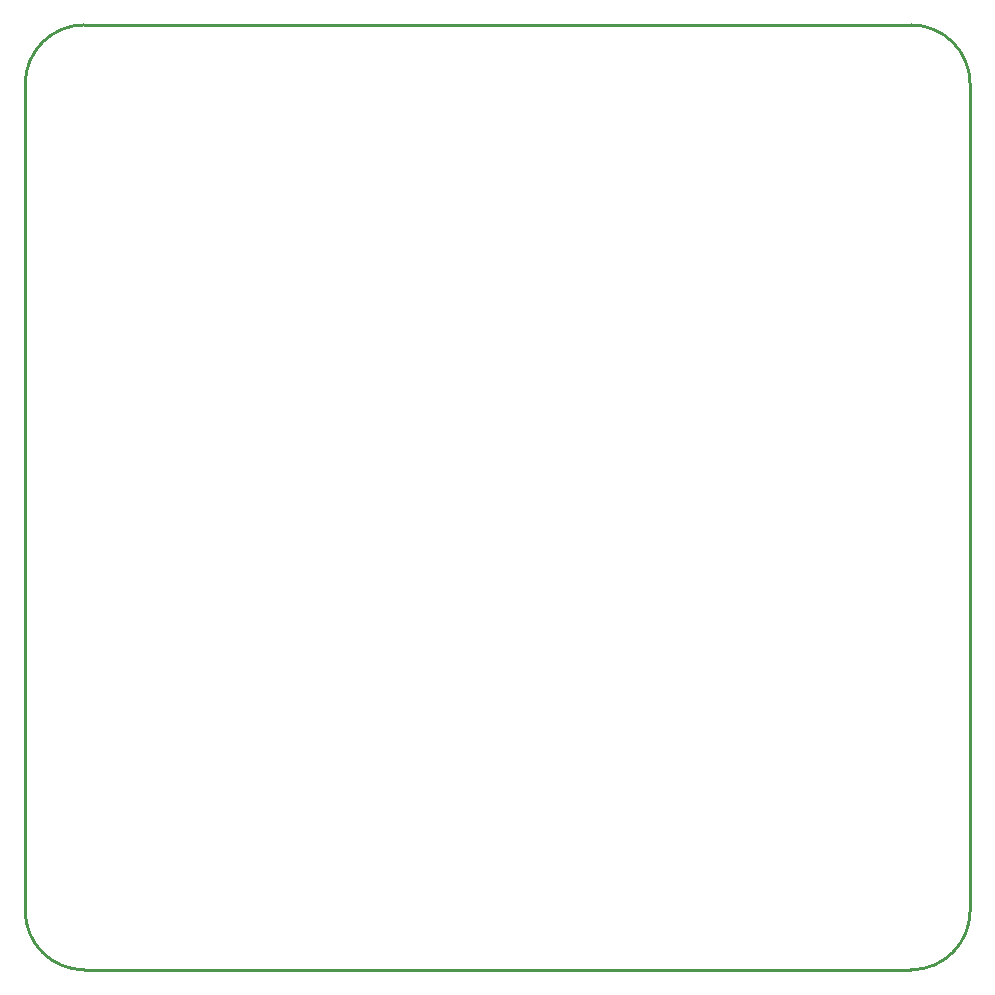
<source format=gko>
G04 Layer: BoardOutline*
G04 EasyEDA v6.4.25, 2022-01-30T06:19:27+11:00*
G04 a67cddfb3fce44daa9051d46cbbcc19f,10*
G04 Gerber Generator version 0.2*
G04 Scale: 100 percent, Rotated: No, Reflected: No *
G04 Dimensions in millimeters *
G04 leading zeros omitted , absolute positions ,4 integer and 5 decimal *
%FSLAX45Y45*%
%MOMM*%

%ADD10C,0.2540*%
D10*
X0Y499998D02*
G01*
X0Y7500000D01*
X7500000Y0D02*
G01*
X499998Y0D01*
X7999999Y7500000D02*
G01*
X7999999Y499998D01*
X499998Y7999999D02*
G01*
X7500000Y7999999D01*
G75*
G01*
X0Y7500000D02*
G02*
X499999Y7999999I499999J0D01*
G75*
G01*
X499999Y0D02*
G02*
X0Y499999I0J499999D01*
G75*
G01*
X7500000Y7999999D02*
G02*
X7999999Y7500000I0J-499999D01*
G75*
G01*
X7999999Y499999D02*
G02*
X7500000Y0I-499999J0D01*

%LPD*%
M02*

</source>
